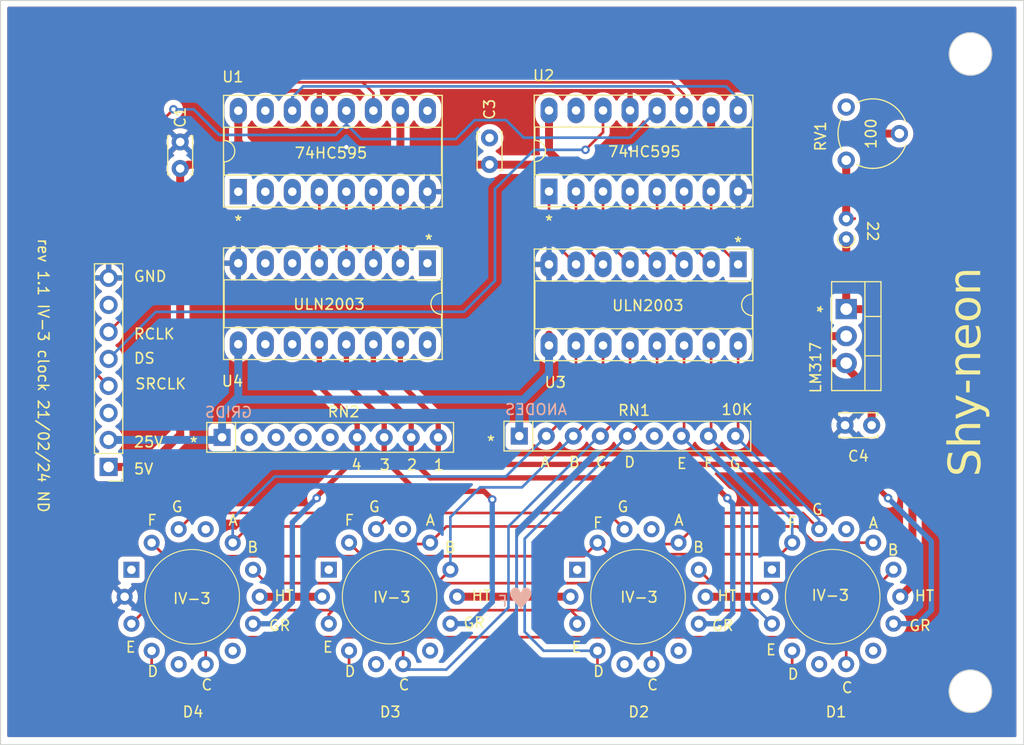
<source format=kicad_pcb>
(kicad_pcb (version 20221018) (generator pcbnew)
  (layers (0 "F.Cu" signal) (31 "B.Cu" signal) (34 "B.Paste" user) (35 "F.Paste" user) (36 "B.SilkS" user "B.Silkscreen") (37 "F.SilkS" user "F.Silkscreen") (38 "B.Mask" user) (39 "F.Mask" user) (44 "Edge.Cuts" user))
  (net 0 "")
  (net 1 "Net-(D1-E)")
  (net 2 "Net-(D1-D)")
  (net 4 "Net-(D1-C)")
  (net 6 "Net-(D1-GRID)")
  (net 7 "GND")
  (net 8 "Net-(D1-B)")
  (net 9 "Net-(D1-A)")
  (net 11 "Net-(D1-G)")
  (net 12 "Net-(D1-F)")
  (net 15 "Net-(D2-GRID)")
  (net 19 "Net-(D3-GRID)")
  (net 23 "Net-(D4-GRID)")
  (net 27 "Net-(R1-Pad2)")
  (net 28 "VDD")
  (net 29 "Net-(U1-QB)")
  (net 30 "Net-(U1-QC)")
  (net 31 "Net-(U1-QD)")
  (net 32 "Net-(U1-QE)")
  (net 33 "Net-(U1-QF)")
  (net 34 "Net-(U1-QG)")
  (net 35 "Net-(U1-QH)")
  (net 36 "Net-(U1-QH')")
  (net 37 "VCC")
  (net 38 "Net-(U1-SRCLK)")
  (net 39 "Net-(U1-RCLK)")
  (net 40 "Net-(U1-SER)")
  (net 53 "Net-(D1-GND)")
  (net 54 "Net-(D2-GND)")
  (net 55 "Net-(D3-GND)")
  (net 56 "Net-(D4-GND)")
  (net 58 "Net-(U3-VO)")
  (net 59 "Net-(U4-QE)")
  (net 63 "Net-(U4-QH)")
  (net 64 "Net-(U4-QG)")
  (net 65 "Net-(U4-QF)")
  (footprint "Capacitor_THT:C_Disc_D3.4mm_W2.1mm_P2.50mm" (layer "F.Cu") (at 173.081 96.647 180)
    (fp_text reference "C4")
    (fp_text value "C" hide)
  )
  (footprint "Display:IV-3" (layer "F.Cu") (at 151.115 112.7835)
    (fp_text reference "D3" hide)
    (fp_text value "~" hide)
  )
  (footprint "Resistor_THT:R_Array_SIP9" (layer "F.Cu") (at 139.954 97.6684)
    (fp_text reference "RN1" hide)
    (fp_text value "10k" hide)
  )
  (footprint "Capacitor_THT:C_Disc_D3.4mm_W2.1mm_P2.50mm" (layer "F.Cu") (at 108.077 69.997 -90)
    (fp_text reference "C1")
    (fp_text value "C" hide)
  )
  (footprint "Package_DIP:DIP-16_W7.62mm_Socket_LongPads" (layer "F.Cu") (at 113.538 74.676 90)
    (fp_text reference "U4" hide)
    (fp_text value "74HC595" hide)
  )
  (footprint "Resistor_THT:R_Axial_DIN0204_L3.6mm_D1.6mm_P1.90mm_Vertical" (layer "F.Cu") (at 170.688 79.121 90)
    (fp_text reference "R1" hide)
    (fp_text value "22" hide)
  )
  (footprint "Package_DIP:DIP-16_W7.62mm_Socket_LongPads" (layer "F.Cu") (at 160.528 81.514 -90)
    (fp_text reference "U2" hide)
    (fp_text value "ULN2003" hide)
  )
  (footprint "Package_TO_SOT_THT:TO-220-3_Vertical" (layer "F.Cu") (at 170.688 85.725 -90)
    (fp_text reference "U3" hide)
    (fp_text value "LM317_TO-220" hide)
  )
  (footprint "Package_DIP:DIP-16_W7.62mm_Socket_LongPads" (layer "F.Cu") (at 142.748 74.656 90)
    (fp_text reference "U1" hide)
    (fp_text value "74HC595" hide)
  )
  (footprint "Capacitor_THT:C_Disc_D3.4mm_W2.1mm_P2.50mm" (layer "F.Cu") (at 137.16 69.616 -90)
    (fp_text reference "C3")
    (fp_text value "C")
  )
  (footprint "Display:IV-3" (layer "F.Cu") (at 109.205 112.7835)
    (fp_text reference "D1" hide)
    (fp_text value "~" hide)
  )
  (footprint "Connector_PinHeader_2.54mm:PinHeader_1x08_P2.54mm_Vertical" (layer "F.Cu") (at 101.346 100.569 180)
    (fp_text reference "VDD1" hide)
    (fp_text value "Conn_01x08_Pin" hide)
  )
  (footprint "Display:IV-3" (layer "F.Cu") (at 127.762 112.776)
    (fp_text reference "D2" hide)
    (fp_text value "~" hide)
  )
  (footprint "Potentiometer_THT:Potentiometer_Piher_PT-6-V_Vertical" (layer "F.Cu") (at 170.688 71.715)
    (fp_text reference "RV1")
    (fp_text value "100")
  )
  (footprint "Resistor_THT:R_Array_SIP9" (layer "F.Cu") (at 112.014 97.79)
    (fp_text reference "RN2")
    (fp_text value "10k")
  )
  (footprint "Package_DIP:DIP-16_W7.62mm_Socket_LongPads" (layer "F.Cu") (at 131.318 81.407 -90)
    (fp_text reference "U5" hide)
    (fp_text value "ULN2003" hide)
  )
  (footprint "Display:IV-3" (layer "F.Cu") (at 169.418 112.776)
    (fp_text reference "D4" hide)
    (fp_text value "~" hide)
  )
  (gr_rect (start 91.186 56.694) (end 187.376 126.694) (stroke (width 0.1)) (fill none) (layer "Edge.Cuts"))
  (gr_circle (center 182.363588 121.671559) (end 180.363588 121.671559) (stroke (width 0.1)) (fill none) (layer "Edge.Cuts"))
  (gr_circle (center 182.371458 61.722) (end 180.371458 61.722) (stroke (width 0.1)) (fill none) (layer "Edge.Cuts"))
  (gr_text "♥" (at 141.351 114.3) (layer "B.SilkS") (effects (font (size 2 2)) (justify left bottom mirror)))
  (gr_text "GRIDS" (at 114.935 96.012) (layer "B.SilkS") (effects (font (size 1 1)) (justify left bottom mirror)))
  (gr_text "F" (at 138.938 113.792) (layer "B.SilkS") (effects (font (size 1 1)) (justify left bottom mirror)))
  (gr_text "ANODES" (at 144.526 95.758) (layer "B.SilkS") (effects (font (size 1 1)) (justify left bottom mirror)))
  (gr_text "E" (at 121.412 118.11) (layer "F.SilkS") (effects (font (size 1 1)) (justify left bottom)))
  (gr_text "E" (at 144.78 118.11) (layer "F.SilkS") (effects (font (size 1 1)) (justify left bottom)))
  (gr_text "DS" (at 103.632 90.932) (layer "F.SilkS") (effects (font (size 1 1)) (justify left bottom)))
  (gr_text "ULN2003" (at 118.618 85.852) (layer "F.SilkS") (effects (font (size 1 1)) (justify left bottom)))
  (gr_text "G" (at 149.098 104.902) (layer "F.SilkS") (effects (font (size 1 1)) (justify left bottom)))
  (gr_text "D" (at 146.812 120.396) (layer "F.SilkS") (effects (font (size 1 1)) (justify left bottom)))
  (gr_text "B" (at 174.498 108.966) (layer "F.SilkS") (effects (font (size 1 1)) (justify left bottom)))
  (gr_text "RN1" (at 150.749 95.25) (layer "F.SilkS") (effects (font (size 1 1))))
  (gr_text "25V" (at 103.632 98.806) (layer "F.SilkS") (effects (font (size 1 1)) (justify left bottom)))
  (gr_text "F" (at 146.812 106.426) (layer "F.SilkS") (effects (font (size 1 1)) (justify left bottom)))
  (gr_text "D1" (at 168.656 124.206) (layer "F.SilkS") (effects (font (size 1 1)) (justify left bottom)))
  (gr_text "A" (at 112.522 106.172) (layer "F.SilkS") (effects (font (size 1 1)) (justify left bottom)))
  (gr_text "D" (at 123.444 120.396) (layer "F.SilkS") (effects (font (size 1 1)) (justify left bottom)))
  (gr_text "G" (at 107.188 104.902) (layer "F.SilkS") (effects (font (size 1 1)) (justify left bottom)))
  (gr_text "RCLK\n" (at 103.632 88.646) (layer "F.SilkS") (effects (font (size 1 1)) (justify left bottom)))
  (gr_text "D4" (at 108.204 124.206) (layer "F.SilkS") (effects (font (size 1 1)) (justify left bottom)))
  (gr_text "4" (at 124.079 100.965) (layer "F.SilkS") (effects (font (size 1 1)) (justify left bottom)))
  (gr_text "100" (at 173.609 70.739 90) (layer "F.SilkS") (effects (font (size 1 1)) (justify left bottom)))
  (gr_text "LM317\n" (at 168.402 93.726 90) (layer "F.SilkS") (effects (font (size 1 1)) (justify left bottom)))
  (gr_text "B" (at 114.3 108.712) (layer "F.SilkS") (effects (font (size 1 1)) (justify left bottom)))
  (gr_text "5V" (at 103.632 101.346) (layer "F.SilkS") (effects (font (size 1 1)) (justify left bottom)))
  (gr_text "HT" (at 135.382 113.284) (layer "F.SilkS") (effects (font (size 1 1)) (justify left bottom)))
  (gr_text "SRCLK\n" (at 103.759 93.345) (layer "F.SilkS") (effects (font (size 1 1)) (justify left bottom)))
  (gr_text "GR" (at 134.62 115.824) (layer "F.SilkS") (effects (font (size 1 1)) (justify left bottom)))
  (gr_text "B" (at 132.842 108.712) (layer "F.SilkS") (effects (font (size 1 1)) (justify left bottom)))
  (gr_text "F" (at 157.226 100.838) (layer "F.SilkS") (effects (font (size 1 1)) (justify left bottom)))
  (gr_text "IV-3" (at 107.315 113.538) (layer "F.SilkS") (effects (font (size 1 1)) (justify left bottom)))
  (gr_text "3" (at 126.746 100.965) (layer "F.SilkS") (effects (font (size 1 1)) (justify left bottom)))
  (gr_text "HT" (at 177.038 113.284) (layer "F.SilkS") (effects (font (size 1 1)) (justify left bottom)))
  (gr_text "E" (at 102.87 118.11) (layer "F.SilkS") (effects (font (size 1 1)) (justify left bottom)))
  (gr_text "74HC595\n" (at 118.745 71.628) (layer "F.SilkS") (effects (font (size 1 1)) (justify left bottom)))
  (gr_text "F" (at 123.444 106.172) (layer "F.SilkS") (effects (font (size 1 1)) (justify left bottom)))
  (gr_text "*\n" (at 113.538 77.47) (layer "F.SilkS") (effects (font (size 1 1))))
  (gr_text "IV-3\n" (at 126.111 113.411) (layer "F.SilkS") (effects (font (size 1 1)) (justify left bottom)))
  (gr_text "U3\n" (at 142.24 93.198) (layer "F.SilkS") (effects (font (size 1 1)) (justify left bottom)))
  (gr_text "A" (at 154.432 106.172) (layer "F.SilkS") (effects (font (size 1 1)) (justify left bottom)))
  (gr_text "rev 1.1 IV-3 clock 21/02/24 ND" (at 94.615 78.994 270) (layer "F.SilkS") (effects (font (size 1 1)) (justify left bottom)))
  (gr_text "HT" (at 158.496 113.284) (layer "F.SilkS") (effects (font (size 1 1)) (justify left bottom)))
  (gr_text "D2" (at 150.114 124.206) (layer "F.SilkS") (effects (font (size 1 1)) (justify left bottom)))
  (gr_text "B" (at 156.21 108.712) (layer "F.SilkS") (effects (font (size 1 1)) (justify left bottom)))
  (gr_text "A" (at 172.72 106.426) (layer "F.SilkS") (effects (font (size 1 1)) (justify left bottom)))
  (gr_text "C" (at 128.524 121.666) (layer "F.SilkS") (effects (font (size 1 1)) (justify left bottom)))
  (gr_text "*\n" (at 109.347 98.298) (layer "F.SilkS") (effects (font (size 1 1))))
  (gr_text "GR" (at 116.332 116.078) (layer "F.SilkS") (effects (font (size 1 1)) (justify left bottom)))
  (gr_text "B" (at 144.526 100.711) (layer "F.SilkS") (effects (font (size 1 1)) (justify left bottom)))
  (gr_text "IV-3" (at 149.352 113.411) (layer "F.SilkS") (effects (font (size 1 1)) (justify left bottom)))
  (gr_text "C" (at 109.982 121.666) (layer "F.SilkS") (effects (font (size 1 1)) (justify left bottom)))
  (gr_text "U2\n" (at 142.24 63.754) (layer "F.SilkS") (effects (font (size 1 1))))
  (gr_text "22" (at 172.593 77.343 -90) (layer "F.SilkS") (effects (font (size 1 1)) (justify left bottom)))
  (gr_text "*\n" (at 160.528 79.482) (layer "F.SilkS") (effects (font (size 1 1))))
  (gr_text "D" (at 165.1 120.65) (layer "F.SilkS") (effects (font (size 1 1)) (justify left bottom)))
  (gr_text "*\n" (at 167.894 85.725 -90) (layer "F.SilkS") (effects (font (size 1 1))))
  (gr_text "A" (at 141.859 100.711) (layer "F.SilkS") (effects (font (size 1 1)) (justify left bottom)))
  (gr_text "GR" (at 157.988 116.078) (layer "F.SilkS") (effects (font (size 1 1)) (justify left bottom)))
  (gr_text "*\n" (at 142.748 77.45) (layer "F.SilkS") (effects (font (size 1 1))))
  (gr_text "E" (at 154.686 100.838) (layer "F.SilkS") (effects (font (size 1 1)) (justify left bottom)))
  (gr_text "74HC595\n" (at 148.209 71.501) (layer "F.SilkS") (effects (font (size 1 1)) (justify left bottom)))
  (gr_text "GR" (at 176.53 116.078) (layer "F.SilkS") (effects (font (size 1 1)) (justify left bottom)))
  (gr_text "E" (at 163.068 118.364) (layer "F.SilkS") (effects (font (size 1 1)) (justify left bottom)))
  (gr_text "2" (at 129.286 100.965) (layer "F.SilkS") (effects (font (size 1 1)) (justify left bottom)))
  (gr_text "G" (at 167.386 105.156) (layer "F.SilkS") (effects (font (size 1 1)) (justify left bottom)))
  (gr_text "*\n" (at 131.445 79.248) (layer "F.SilkS") (effects (font (size 1 1))))
  (gr_text "1" (at 131.826 100.965) (layer "F.SilkS") (effects (font (size 1 1)) (justify left bottom)))
  (gr_text "HT" (at 116.84 113.284) (layer "F.SilkS") (effects (font (size 1 1)) (justify left bottom)))
  (gr_text "C" (at 170.18 121.92) (layer "F.SilkS") (effects (font (size 1 1)) (justify left bottom)))
  (gr_text "Shy-neon\n" (at 183.7944 101.4984 90) (layer "F.SilkS") (effects (font (size 3 3)) (justify left bottom)))
  (gr_text "F" (at 104.902 106.172) (layer "F.SilkS") (effects (font (size 1 1)) (justify left bottom)))
  (gr_text "C" (at 147.066 100.711) (layer "F.SilkS") (effects (font (size 1 1)) (justify left bottom)))
  (gr_text "G" (at 159.639 100.838) (layer "F.SilkS") (effects (font (size 1 1)) (justify left bottom)))
  (gr_text "ULN2003" (at 148.59 85.979) (layer "F.SilkS") (effects (font (size 1 1)) (justify left bottom)))
  (gr_text "D" (at 149.733 100.711) (layer "F.SilkS") (effects (font (size 1 1)) (justify left bottom)))
  (gr_text "C" (at 151.892 121.666) (layer "F.SilkS") (effects (font (size 1 1)) (justify left bottom)))
  (gr_text "U4\n" (at 111.887 93.091) (layer "F.SilkS") (effects (font (size 1 1)) (justify left bottom)))
  (gr_text "D" (at 104.902 120.396) (layer "F.SilkS") (effects (font (size 1 1)) (justify left bottom)))
  (gr_text "IV-3" (at 167.3352 113.2332) (layer "F.SilkS") (effects (font (size 1 1)) (justify left bottom)))
  (gr_text "F" (at 165.1 106.426) (layer "F.SilkS") (effects (font (size 1 1)) (justify left bottom)))
  (gr_text "U1\n" (at 113.03 63.881) (layer "F.SilkS") (effects (font (size 1 1))))
  (gr_text "*\n" (at 137.287 98.171) (layer "F.SilkS") (effects (font (size 1 1))))
  (gr_text "D3" (at 126.746 124.206) (layer "F.SilkS") (effects (font (size 1 1)) (justify left bottom)))
  (gr_text "G" (at 125.73 104.902) (layer "F.SilkS") (effects (font (size 1 1)) (justify left bottom)))
  (gr_text "10K\n" (at 158.877 95.758) (layer "F.SilkS") (effects (font (size 1 1)) (justify left bottom)))
  (gr_text "GND\n\n" (at 103.632 84.836) (layer "F.SilkS") (effects (font (size 1 1)) (justify left bottom)))
  (gr_text "A" (at 131.064 106.172) (layer "F.SilkS") (effects (font (size 1 1)) (justify left bottom)))
  (segment (start 145.4 115.3235) (end 145.4 114.666) (width 0.25) (layer "F.Cu") (net 1))
  (segment (start 103.49 115.3235) (end 103.4975 115.3235) (width 0.25) (layer "F.Cu") (net 1))
  (segment (start 122.047 115.316) (end 122.047 114.427) (width 0.25) (layer "F.Cu") (net 1))
  (segment (start 162.433 114.046) (end 163.703 115.316) (width 0.25) (layer "F.Cu") (net 1))
  (segment (start 103.4975 115.3235) (end 104.775 114.046) (width 0.25) (layer "F.Cu") (net 1))
  (segment (start 145.4 114.666) (end 144.78 114.046) (width 0.25) (layer "F.Cu") (net 1))
  (segment (start 104.775 114.046) (end 122.428 114.046) (width 0.25) (layer "F.Cu") (net 1))
  (segment (start 122.047 114.427) (end 122.428 114.046) (width 0.25) (layer "F.Cu") (net 1))
  (segment (start 155.448 89.134) (end 155.448 97.4144) (width 0.25) (layer "F.Cu") (net 1))
  (segment (start 144.78 114.046) (end 162.433 114.046) (width 0.25) (layer "F.Cu") (net 1))
  (segment (start 122.428 114.046) (end 144.78 114.046) (width 0.25) (layer "F.Cu") (net 1))
  (segment (start 161.798 113.411) (end 163.703 115.316) (width 0.25) (layer "B.Cu") (net 1))
  (segment (start 155.194 97.6684) (end 161.798 104.2724) (width 0.25) (layer "B.Cu") (net 1))
  (segment (start 161.798 104.2724) (end 161.798 113.411) (width 0.25) (layer "B.Cu") (net 1))
  (segment (start 147.305 117.8635) (end 147.305 119.395) (width 0.25) (layer "F.Cu") (net 2))
  (segment (start 164.084 120.65) (end 165.608 119.126) (width 0.25) (layer "F.Cu") (net 2))
  (segment (start 123.952 117.856) (end 123.952 119.38) (width 0.25) (layer "F.Cu") (net 2))
  (segment (start 147.305 119.395) (end 146.05 120.65) (width 0.25) (layer "F.Cu") (net 2))
  (segment (start 165.608 119.126) (end 165.608 117.856) (width 0.25) (layer "F.Cu") (net 2))
  (segment (start 146.05 120.65) (end 164.084 120.65) (width 0.25) (layer "F.Cu") (net 2))
  (segment (start 105.395 119.111) (end 106.934 120.65) (width 0.25) (layer "F.Cu") (net 2))
  (segment (start 123.952 119.38) (end 125.222 120.65) (width 0.25) (layer "F.Cu") (net 2))
  (segment (start 106.934 120.65) (end 125.222 120.65) (width 0.25) (layer "F.Cu") (net 2))
  (segment (start 152.908 89.134) (end 152.908 94.8744) (width 0.25) (layer "F.Cu") (net 2))
  (segment (start 125.222 120.65) (end 146.05 120.65) (width 0.25) (layer "F.Cu") (net 2))
  (segment (start 105.395 117.8635) (end 105.395 119.111) (width 0.25) (layer "F.Cu") (net 2))
  (segment (start 152.908 94.8744) (end 150.114 97.6684) (width 0.25) (layer "F.Cu") (net 2))
  (segment (start 140.462 116.078) (end 142.2475 117.8635) (width 0.25) (layer "B.Cu") (net 2))
  (segment (start 142.2475 117.8635) (end 147.305 117.8635) (width 0.25) (layer "B.Cu") (net 2))
  (segment (start 140.462 107.3204) (end 140.462 116.078) (width 0.25) (layer "B.Cu") (net 2))
  (segment (start 150.114 97.6684) (end 140.462 107.3204) (width 0.25) (layer "B.Cu") (net 2))
  (segment (start 150.368 94.8744) (end 147.574 97.6684) (width 0.25) (layer "F.Cu") (net 4))
  (segment (start 169.418 116.586) (end 170.688 117.856) (width 0.25) (layer "F.Cu") (net 4))
  (segment (start 111.76 116.586) (end 130.302 116.586) (width 0.25) (layer "F.Cu") (net 4))
  (segment (start 151.13 116.586) (end 169.418 116.586) (width 0.25) (layer "F.Cu") (net 4))
  (segment (start 129.032 119.126) (end 129.032 117.856) (width 0.25) (layer "F.Cu") (net 4))
  (segment (start 130.302 116.586) (end 151.13 116.586) (width 0.25) (layer "F.Cu") (net 4))
  (segment (start 129.032 117.856) (end 130.302 116.586) (width 0.25) (layer "F.Cu") (net 4))
  (segment (start 150.368 89.134) (end 150.368 94.8744) (width 0.25) (layer "F.Cu") (net 4))
  (segment (start 110.475 119.1335) (end 110.475 117.871) (width 0.25) (layer "F.Cu") (net 4))
  (segment (start 152.385 119.1335) (end 152.385 117.841) (width 0.25) (layer "F.Cu") (net 4))
  (segment (start 152.385 117.841) (end 151.13 116.586) (width 0.25) (layer "F.Cu") (net 4))
  (segment (start 170.688 117.856) (end 170.688 119.126) (width 0.25) (layer "F.Cu") (net 4))
  (segment (start 110.475 117.871) (end 111.76 116.586) (width 0.25) (layer "F.Cu") (net 4))
  (segment (start 133.096 119.634) (end 129.54 119.634) (width 0.25) (layer "B.Cu") (net 4))
  (segment (start 138.938 106.172) (end 138.938 113.792) (width 0.25) (layer "B.Cu") (net 4))
  (segment (start 129.54 119.634) (end 129.032 119.126) (width 0.25) (layer "B.Cu") (net 4))
  (segment (start 138.938 113.792) (end 133.096 119.634) (width 0.25) (layer "B.Cu") (net 4))
  (segment (start 147.4416 97.6684) (end 138.938 106.172) (width 0.25) (layer "B.Cu") (net 4))
  (segment (start 147.574 97.6684) (end 147.4416 97.6684) (width 0.25) (layer "B.Cu") (net 4))
  (segment (start 121.158 92.964) (end 124.714 96.52) (width 0.5) (layer "F.Cu") (net 6))
  (segment (start 124.714 96.52) (end 124.714 97.79) (width 0.5) (layer "F.Cu") (net 6))
  (segment (start 124.714 99.568) (end 124.714 97.79) (width 0.5) (layer "F.Cu") (net 6))
  (segment (start 120.904 103.505) (end 120.904 103.378) (width 0.5) (layer "F.Cu") (net 6))
  (segment (start 120.904 103.378) (end 124.714 99.568) (width 0.5) (layer "F.Cu") (net 6))
  (segment (start 120.904 89.154) (end 121.158 89.408) (width 0.25) (layer "F.Cu") (net 6))
  (segment (start 121.158 89.408) (end 121.158 92.964) (width 0.5) (layer "F.Cu") (net 6))
  (via (at 120.904 103.505) (size 0.8) (drill 0.4) (layers "F.Cu" "B.Cu") (net 6))
  (segment (start 120.904 103.505) (end 118.618 105.791) (width 0.5) (layer "B.Cu") (net 6))
  (segment (start 118.618 113.284) (end 116.5785 115.3235) (width 0.5) (layer "B.Cu") (net 6))
  (segment (start 118.618 105.791) (end 118.618 113.284) (width 0.5) (layer "B.Cu") (net 6))
  (segment (start 116.5785 115.3235) (end 114.92 115.3235) (width 0.5) (layer "B.Cu") (net 6))
  (via (at 123.698 70.485) (size 0.8) (drill 0.4) (layers "F.Cu" "B.Cu") (net 7))
  (via (at 150.368 70.612) (size 0.8) (drill 0.4) (layers "F.Cu" "B.Cu") (net 7))
  (segment (start 147.828 94.8744) (end 145.034 97.6684) (width 0.25) (layer "F.Cu") (net 8))
  (segment (start 131.318 111.506) (end 155.702 111.506) (width 0.25) (layer "F.Cu") (net 8))
  (segment (start 173.863 111.506) (end 175.133 110.236) (width 0.25) (layer "F.Cu") (net 8))
  (segment (start 133.477 110.236) (end 132.207 111.506) (width 0.25) (layer "F.Cu") (net 8))
  (segment (start 147.828 89.134) (end 147.828 94.8744) (width 0.25) (layer "F.Cu") (net 8))
  (segment (start 158.0925 111.506) (end 173.863 111.506) (width 0.25) (layer "F.Cu") (net 8))
  (segment (start 114.92 110.2435) (end 116.1825 111.506) (width 0.25) (layer "F.Cu") (net 8))
  (segment (start 156.83 110.2435) (end 158.0925 111.506) (width 0.25) (layer "F.Cu") (net 8))
  (segment (start 132.207 111.506) (end 131.318 111.506) (width 0.25) (layer "F.Cu") (net 8))
  (segment (start 155.702 111.506) (end 158.0925 111.506) (width 0.25) (layer "F.Cu") (net 8))
  (segment (start 116.1825 111.506) (end 131.318 111.506) (width 0.25) (layer "F.Cu") (net 8))
  (segment (start 136.271 102.489) (end 133.477 105.283) (width 0.25) (layer "B.Cu") (net 8))
  (segment (start 133.477 105.283) (end 133.477 110.236) (width 0.25) (layer "B.Cu") (net 8))
  (segment (start 140.2134 102.489) (end 136.271 102.489) (width 0.25) (layer "B.Cu") (net 8))
  (segment (start 145.034 97.6684) (end 140.2134 102.489) (width 0.25) (layer "B.Cu") (net 8))
  (segment (start 131.572 107.696) (end 133.096 106.172) (width 0.25) (layer "F.Cu") (net 9))
  (segment (start 149.2885 107.823) (end 154.8055 107.823) (width 0.25) (layer "F.Cu") (net 9))
  (segment (start 154.925 107.7035) (end 156.4565 106.172) (width 0.25) (layer "F.Cu") (net 9))
  (segment (start 156.4565 106.172) (end 166.116 106.172) (width 0.25) (layer "F.Cu") (net 9))
  (segment (start 145.288 89.134) (end 145.288 94.8744) (width 0.25) (layer "F.Cu") (net 9))
  (segment (start 154.8055 107.823) (end 154.925 107.7035) (width 0.25) (layer "F.Cu") (net 9))
  (segment (start 113.015 107.7035) (end 114.5465 106.172) (width 0.25) (layer "F.Cu") (net 9))
  (segment (start 124.333 106.172) (end 125.984 107.823) (width 0.25) (layer "F.Cu") (net 9))
  (segment (start 133.096 106.172) (end 147.6375 106.172) (width 0.25) (layer "F.Cu") (net 9))
  (segment (start 147.6375 106.172) (end 149.2885 107.823) (width 0.25) (layer "F.Cu") (net 9))
  (segment (start 166.116 106.172) (end 167.64 107.696) (width 0.25) (layer "F.Cu") (net 9))
  (segment (start 131.445 107.823) (end 131.572 107.696) (width 0.25) (layer "F.Cu") (net 9))
  (segment (start 145.288 94.8744) (end 142.494 97.6684) (width 0.25) (layer "F.Cu") (net 9))
  (segment (start 167.64 107.696) (end 173.228 107.696) (width 0.25) (layer "F.Cu") (net 9))
  (segment (start 125.984 107.823) (end 131.445 107.823) (width 0.25) (layer "F.Cu") (net 9))
  (segment (start 114.5465 106.172) (end 124.333 106.172) (width 0.25) (layer "F.Cu") (net 9))
  (segment (start 142.494 97.6684) (end 138.6894 101.473) (width 0.25) (layer "B.Cu") (net 9))
  (segment (start 113.015 105.425) (end 113.015 107.7035) (width 0.25) (layer "B.Cu") (net 9))
  (segment (start 138.6894 101.473) (end 116.967 101.473) (width 0.25) (layer "B.Cu") (net 9))
  (segment (start 116.967 101.473) (end 113.015 105.425) (width 0.25) (layer "B.Cu") (net 9))
  (segment (start 160.528 89.134) (end 160.528 97.4144) (width 0.25) (layer "F.Cu") (net 11))
  (segment (start 126.492 106.426) (end 128.016 104.902) (width 0.25) (layer "F.Cu") (net 11))
  (segment (start 148.3135 104.902) (end 149.845 106.4335) (width 0.25) (layer "F.Cu") (net 11))
  (segment (start 128.016 104.902) (end 128.27 104.902) (width 0.25) (layer "F.Cu") (net 11))
  (segment (start 128.27 104.902) (end 148.3135 104.902) (width 0.25) (layer "F.Cu") (net 11))
  (segment (start 168.148 106.426) (end 166.624 104.902) (width 0.25) (layer "F.Cu") (net 11))
  (segment (start 109.4665 104.902) (end 128.27 104.902) (width 0.25) (layer "F.Cu") (net 11))
  (segment (start 107.935 106.4335) (end 109.4665 104.902) (width 0.25) (layer "F.Cu") (net 11))
  (segment (start 166.624 104.902) (end 148.3135 104.902) (width 0.25) (layer "F.Cu") (net 11))
  (segment (start 168.148 105.5424) (end 168.148 106.426) (width 0.25) (layer "B.Cu") (net 11))
  (segment (start 160.274 97.6684) (end 168.148 105.5424) (width 0.25) (layer "B.Cu") (net 11))
  (segment (start 147.305 107.7035) (end 147.0735 107.7035) (width 0.25) (layer "F.Cu") (net 12))
  (segment (start 146.0425 108.966) (end 125.222 108.966) (width 0.25) (layer "F.Cu") (net 12))
  (segment (start 147.305 107.7035) (end 148.38 108.7785) (width 0.25) (layer "F.Cu") (net 12))
  (segment (start 147.0735 107.7035) (end 147.066 107.696) (width 0.25) (layer "F.Cu") (net 12))
  (segment (start 123.952 107.442) (end 123.952 107.696) (width 0.25) (layer "F.Cu") (net 12))
  (segment (start 148.38 108.7785) (end 164.5255 108.7785) (width 0.25) (layer "F.Cu") (net 12))
  (segment (start 164.5255 108.7785) (end 165.608 107.696) (width 0.25) (layer "F.Cu") (net 12))
  (segment (start 106.6575 108.966) (end 105.395 107.7035) (width 0.25) (layer "F.Cu") (net 12))
  (segment (start 123.952 107.696) (end 123.8885 107.696) (width 0.25) (layer "F.Cu") (net 12))
  (segment (start 125.222 108.966) (end 123.952 107.696) (width 0.25) (layer "F.Cu") (net 12))
  (segment (start 122.6185 108.966) (end 106.6575 108.966) (width 0.25) (layer "F.Cu") (net 12))
  (segment (start 122.6185 108.966) (end 125.222 108.966) (width 0.25) (layer "F.Cu") (net 12))
  (segment (start 147.574 108.204) (end 147.305 107.935) (width 0.25) (layer "F.Cu") (net 12))
  (segment (start 147.305 107.7035) (end 146.0425 108.966) (width 0.25) (layer "F.Cu") (net 12))
  (segment (start 147.305 107.7035) (end 147.305 107.935) (width 0.25) (layer "F.Cu") (net 12))
  (segment (start 157.988 89.134) (end 157.988 97.4144) (width 0.25) (layer "F.Cu") (net 12))
  (segment (start 123.952 107.696) (end 123.825 107.823) (width 0.25) (layer "F.Cu") (net 12))
  (segment (start 165.608 105.5424) (end 165.608 107.696) (width 0.25) (layer "B.Cu") (net 12))
  (segment (start 157.734 97.6684) (end 165.608 105.5424) (width 0.25) (layer "B.Cu") (net 12))
  (segment (start 137.414 103.632) (end 136.652 102.87) (width 0.5) (layer "F.Cu") (net 15))
  (segment (start 127.254 96.266) (end 127.254 97.79) (width 0.5) (layer "F.Cu") (net 15))
  (segment (start 123.698 92.71) (end 127.254 96.266) (width 0.5) (layer "F.Cu") (net 15))
  (segment (start 127.254 99.822) (end 127.254 97.79) (width 0.5) (layer "F.Cu") (net 15))
  (segment (start 130.302 102.87) (end 127.254 99.822) (width 0.5) (layer "F.Cu") (net 15))
  (segment (start 123.698 89.408) (end 123.698 92.71) (width 0.5) (layer "F.Cu") (net 15))
  (segment (start 136.652 102.87) (end 130.302 102.87) (width 0.5) (layer "F.Cu") (net 15))
  (segment (start 123.444 89.154) (end 123.698 89.408) (width 0.25) (layer "F.Cu") (net 15))
  (via (at 137.414 103.632) (size 0.8) (drill 0.4) (layers "F.Cu" "B.Cu") (net 15))
  (segment (start 137.414 113.284) (end 135.382 115.316) (width 0.5) (layer "B.Cu") (net 15))
  (segment (start 135.382 115.316) (end 133.477 115.316) (width 0.5) (layer "B.Cu") (net 15))
  (segment (start 137.414 103.632) (end 137.414 113.284) (width 0.5) (layer "B.Cu") (net 15))
  (segment (start 129.794 99.822) (end 129.794 97.79) (width 0.5) (layer "F.Cu") (net 19))
  (segment (start 131.572 101.6) (end 129.794 99.822) (width 0.5) (layer "F.Cu") (net 19))
  (segment (start 126.238 92.71) (end 129.794 96.266) (width 0.5) (layer "F.Cu") (net 19))
  (segment (start 157.734 101.727) (end 157.607 101.6) (width 0.5) (layer "F.Cu") (net 19))
  (segment (start 125.984 89.154) (end 126.238 89.408) (width 0.25) (layer "F.Cu") (net 19))
  (segment (start 126.238 89.408) (end 126.238 92.71) (width 0.5) (layer "F.Cu") (net 19))
  (segment (start 129.794 96.266) (end 129.794 97.79) (width 0.5) (layer "F.Cu") (net 19))
  (segment (start 157.607 101.6) (end 131.572 101.6) (width 0.5) (layer "F.Cu") (net 19))
  (segment (start 157.734 101.727) (end 159.512 103.505) (width 0.5) (layer "F.Cu") (net 19))
  (via (at 159.512 103.505) (size 0.8) (drill 0.4) (layers "F.Cu" "B.Cu") (net 19))
  (segment (start 159.512 103.505) (end 160.02 104.013) (width 0.5) (layer "B.Cu") (net 19))
  (segment (start 160.02 104.013) (end 160.02 114.3) (width 0.5) (layer "B.Cu") (net 19))
  (segment (start 160.02 114.3) (end 158.9965 115.3235) (width 0.5) (layer "B.Cu") (net 19))
  (segment (start 158.9965 115.3235) (end 156.83 115.3235) (width 0.5) (layer "B.Cu") (net 19))
  (segment (start 171.45 100.33) (end 133.223 100.33) (width 0.5) (layer "F.Cu") (net 23))
  (segment (start 133.223 100.33) (end 132.334 99.441) (width 0.5) (layer "F.Cu") (net 23))
  (segment (start 128.778 92.71) (end 132.334 96.266) (width 0.5) (layer "F.Cu") (net 23))
  (segment (start 128.778 89.408) (end 128.778 92.71) (width 0.5) (layer "F.Cu") (net 23))
  (segment (start 174.625 103.505) (end 171.45 100.33) (width 0.5) (layer "F.Cu") (net 23))
  (segment (start 132.334 96.266) (end 132.334 97.79) (width 0.5) (layer "F.Cu") (net 23))
  (segment (start 128.524 89.154) (end 128.778 89.408) (width 0.25) (layer "F.Cu") (net 23))
  (segment (start 132.334 99.441) (end 132.334 97.79) (width 0.5) (layer "F.Cu") (net 23))
  (via (at 174.625 103.505) (size 0.8) (drill 0.4) (layers "F.Cu" "B.Cu") (net 23))
  (segment (start 178.689 107.569) (end 178.689 114.046) (width 0.5) (layer "B.Cu") (net 23))
  (segment (start 174.625 103.505) (end 178.689 107.569) (width 0.5) (layer "B.Cu") (net 23))
  (segment (start 177.419 115.316) (end 175.133 115.316) (width 0.5) (layer "B.Cu") (net 23))
  (segment (start 178.689 114.046) (end 177.419 115.316) (width 0.5) (layer "B.Cu") (net 23))
  (segment (start 171.49 77.197) (end 171.45 77.237) (width 0.25) (layer "F.Cu") (net 27))
  (segment (start 170.688 71.715) (end 170.688 77.221) (width 0.75) (layer "F.Cu") (net 27))
  (segment (start 142.748 89.134) (end 142.748 88.118) (width 0.75) (layer "F.Cu") (net 28))
  (segment (start 139.954 94.361) (end 139.954 97.282) (width 0.75) (layer "B.Cu") (net 28))
  (segment (start 101.346 98.029) (end 111.775 98.029) (width 0.75) (layer "B.Cu") (net 28))
  (segment (start 140.335 94.234) (end 142.748 91.821) (width 0.75) (layer "B.Cu") (net 28))
  (segment (start 111.775 98.029) (end 112.014 97.79) (width 0.25) (layer "B.Cu") (net 28))
  (segment (start 113.538 89.027) (end 113.538 93.98) (width 0.75) (layer "B.Cu") (net 28))
  (segment (start 112.014 97.79) (end 112.014 95.504) (width 0.75) (layer "B.Cu") (net 28))
  (segment (start 138.557 94.234) (end 139.827 94.234) (width 0.75) (layer "B.Cu") (net 28))
  (segment (start 139.954 97.77) (end 139.954 97.6684) (width 0.75) (layer "B.Cu") (net 28))
  (segment (start 112.014 95.504) (end 113.03 94.488) (width 0.75) (layer "B.Cu") (net 28))
  (segment (start 113.03 94.488) (end 113.284 94.234) (width 0.75) (layer "B.Cu") (net 28))
  (segment (start 139.954 97.282) (end 139.954 97.6684) (width 0.25) (layer "B.Cu") (net 28))
  (segment (start 113.284 94.234) (end 138.557 94.234) (width 0.75) (layer "B.Cu") (net 28))
  (segment (start 142.748 91.821) (end 142.748 89.134) (width 0.75) (layer "B.Cu") (net 28))
  (segment (start 113.538 93.98) (end 113.03 94.488) (width 0.75) (layer "B.Cu") (net 28))
  (segment (start 139.827 94.234) (end 139.954 94.361) (width 0.75) (layer "B.Cu") (net 28))
  (segment (start 140.335 94.234) (end 138.557 94.234) (width 0.75) (layer "B.Cu") (net 28))
  (segment (start 142.748 74.656) (end 142.748 78.974) (width 0.25) (layer "F.Cu") (net 29))
  (segment (start 142.748 78.974) (end 145.288 81.514) (width 0.25) (layer "F.Cu") (net 29))
  (segment (start 145.288 78.974) (end 147.828 81.514) (width 0.25) (layer "F.Cu") (net 30))
  (segment (start 145.288 74.656) (end 145.288 78.974) (width 0.25) (layer "F.Cu") (net 30))
  (segment (start 147.828 74.656) (end 147.828 78.974) (width 0.25) (layer "F.Cu") (net 31))
  (segment (start 147.828 78.974) (end 150.368 81.514) (width 0.25) (layer "F.Cu") (net 31))
  (segment (start 152.908 81.514) (end 153.162 81.514) (width 0.25) (layer "F.Cu") (net 32))
  (segment (start 153.162 81.514) (end 153.416 81.768) (width 0.25) (layer "F.Cu") (net 32))
  (segment (start 150.368 74.656) (end 150.368 78.974) (width 0.25) (layer "F.Cu") (net 32))
  (segment (start 150.368 78.974) (end 152.908 81.514) (width 0.25) (layer "F.Cu") (net 32))
  (segment (start 152.908 74.656) (end 152.908 78.974) (width 0.25) (layer "F.Cu") (net 33))
  (segment (start 152.908 78.974) (end 155.448 81.514) (width 0.25) (layer "F.Cu") (net 33))
  (segment (start 155.448 74.656) (end 155.448 78.974) (width 0.25) (layer "F.Cu") (net 34))
  (segment (start 155.448 78.974) (end 157.988 81.514) (width 0.25) (layer "F.Cu") (net 34))
  (segment (start 157.988 74.656) (end 157.988 78.974) (width 0.25) (layer "F.Cu") (net 35))
  (segment (start 157.988 78.974) (end 160.528 81.514) (width 0.25) (layer "F.Cu") (net 35))
  (segment (start 118.618 67.056) (end 118.618 65.786) (width 0.25) (layer "B.Cu") (net 36))
  (segment (start 118.618 65.786) (end 119.634 64.77) (width 0.25) (layer "B.Cu") (net 36))
  (segment (start 160.528 65.913) (end 160.528 67.036) (width 0.25) (layer "B.Cu") (net 36))
  (segment (start 119.634 64.77) (end 159.385 64.77) (width 0.25) (layer "B.Cu") (net 36))
  (segment (start 159.385 64.77) (end 160.528 65.913) (width 0.25) (layer "B.Cu") (net 36))
  (segment (start 108.077 72.898) (end 108.839 72.136) (width 0.75) (layer "F.Cu") (net 37))
  (segment (start 130.175 72.136) (end 130.683 72.136) (width 0.75) (layer "F.Cu") (net 37))
  (segment (start 158.75 72.136) (end 163.957 72.136) (width 0.75) (layer "F.Cu") (net 37))
  (segment (start 115.062 71.501) (end 115.697 72.136) (width 0.75) (layer "F.Cu") (net 37))
  (segment (start 128.778 67.056) (end 128.778 70.739) (width 0.75) (layer "F.Cu") (net 37))
  (segment (start 170.688 91.186) (end 173.081 93.579) (width 0.75) (layer "F.Cu") (net 37))
  (segment (start 115.697 72.136) (end 130.048 72.136) (width 0.75) (layer "F.Cu") (net 37))
  (segment (start 157.988 71.374) (end 158.75 72.136) (width 0.75) (layer "F.Cu") (net 37))
  (segment (start 157.988 67.036) (end 157.988 70.104) (width 0.75) (layer "F.Cu") (net 37))
  (segment (start 165.1 73.279) (end 165.1 87.757) (width 0.75) (layer "F.Cu") (net 37))
  (segment (start 130.048 72.136) (end 130.683 72.136) (width 0.75) (layer "F.Cu") (net 37))
  (segment (start 114.935 71.374) (end 115.062 71.501) (width 0.25) (layer "F.Cu") (net 37))
  (segment (start 165.1 87.757) (end 165.227 87.884) (width 0.25) (layer "F.Cu") (net 37))
  (segment (start 165.227 87.884) (end 168.148 90.805) (width 0.75) (layer "F.Cu") (net 37))
  (segment (start 163.957 72.136) (end 165.1 73.279) (width 0.75) (layer "F.Cu") (net 37))
  (segment (start 144.018 72.136) (end 130.683 72.136) (width 0.75) (layer "F.Cu") (net 37))
  (segment (start 128.778 70.739) (end 130.175 72.136) (width 0.75) (layer "F.Cu") (net 37))
  (segment (start 168.148 90.805) (end 170.688 90.805) (width 0.75) (layer "F.Cu") (net 37))
  (segment (start 157.988 70.104) (end 157.988 71.374) (width 0.75) (layer "F.Cu") (net 37))
  (segment (start 173.081 93.579) (end 173.081 96.647) (width 0.75) (layer "F.Cu") (net 37))
  (segment (start 144.018 72.136) (end 158.75 72.136) (width 0.75) (layer "F.Cu") (net 37))
  (segment (start 108.077 97.536) (end 108.077 72.898) (width 0.75) (layer "F.Cu") (net 37))
  (segment (start 113.538 67.056) (end 113.538 69.977) (width 0.75) (layer "F.Cu") (net 37))
  (segment (start 144.018 72.136) (end 142.748 70.866) (width 0.75) (layer "F.Cu") (net 37))
  (segment (start 108.839 72.136) (end 115.697 72.136) (width 0.75) (layer "F.Cu") (net 37))
  (segment (start 101.346 100.569) (end 105.044 100.569) (width 0.75) (layer "F.Cu") (net 37))
  (segment (start 105.044 100.569) (end 108.077 97.536) (width 0.75) (layer "F.Cu") (net 37))
  (segment (start 142.748 70.866) (end 142.748 67.036) (width 0.75) (layer "F.Cu") (net 37))
  (segment (start 113.538 69.977) (end 114.935 71.374) (width 0.75) (layer "F.Cu") (net 37))
  (segment (start 155.448 65.532) (end 155.448 67.036) (width 0.25) (layer "F.Cu") (net 38))
  (segment (start 101.346 92.949) (end 98.933 90.536) (width 0.25) (layer "F.Cu") (net 38))
  (segment (start 125.222 64.389) (end 154.305 64.389) (width 0.25) (layer "F.Cu") (net 38))
  (segment (start 154.305 64.389) (end 155.448 65.532) (width 0.25) (layer "F.Cu") (net 38))
  (segment (start 126.238 65.405) (end 126.238 67.056) (width 0.25) (layer "F.Cu") (net 38))
  (segment (start 106.426 64.389) (end 125.222 64.389) (width 0.25) (layer "F.Cu") (net 38))
  (segment (start 98.933 71.882) (end 106.426 64.389) (width 0.25) (layer "F.Cu") (net 38))
  (segment (start 125.222 64.389) (end 126.238 65.405) (width 0.25) (layer "F.Cu") (net 38))
  (segment (start 98.933 90.536) (end 98.933 71.882) (width 0.25) (layer "F.Cu") (net 38))
  (segment (start 101.346 92.71) (end 101.346 92.615) (width 0.25) (layer "B.Cu") (net 38))
  (segment (start 107.442 66.929) (end 104.14 70.231) (width 0.25) (layer "F.Cu") (net 39))
  (segment (start 104.14 70.231) (end 104.14 85.075) (width 0.25) (layer "F.Cu") (net 39))
  (segment (start 104.14 85.075) (end 101.346 87.869) (width 0.25) (layer "F.Cu") (net 39))
  (via (at 107.442 66.929) (size 0.8) (drill 0.4) (layers "F.Cu" "B.Cu") (net 39))
  (segment (start 111.76 69.342) (end 122.682 69.342) (width 0.25) (layer "B.Cu") (net 39))
  (segment (start 123.698 68.326) (end 125.095 69.723) (width 0.25) (layer "B.Cu") (net 39))
  (segment (start 135.763 67.945) (end 138.71575 67.945) (width 0.25) (layer "B.Cu") (net 39))
  (segment (start 122.682 69.342) (end 123.698 68.326) (width 0.25) (layer "B.Cu") (net 39))
  (segment (start 125.095 69.723) (end 133.985 69.723) (width 0.25) (layer "B.Cu") (net 39))
  (segment (start 138.71575 67.945) (end 140.36675 69.596) (width 0.25) (layer "B.Cu") (net 39))
  (segment (start 140.36675 69.596) (end 150.348 69.596) (width 0.25) (layer "B.Cu") (net 39))
  (segment (start 107.442 66.929) (end 109.347 66.929) (width 0.25) (layer "B.Cu") (net 39))
  (segment (start 150.348 69.596) (end 152.908 67.036) (width 0.25) (layer "B.Cu") (net 39))
  (segment (start 109.347 66.929) (end 111.76 69.342) (width 0.25) (layer "B.Cu") (net 39))
  (segment (start 123.698 67.056) (end 123.698 68.326) (width 0.25) (layer "B.Cu") (net 39))
  (segment (start 133.985 69.723) (end 135.763 67.945) (width 0.25) (layer "B.Cu") (net 39))
  (segment (start 146.177 70.739) (end 147.828 69.088) (width 0.25) (layer "F.Cu") (net 40))
  (segment (start 147.828 69.088) (end 147.828 67.036) (width 0.25) (layer "F.Cu") (net 40))
  (via (at 146.177 70.739) (size 0.8) (drill 0.4) (layers "F.Cu" "B.Cu") (net 40))
  (segment (start 105.41 86.36) (end 105.395 86.36) (width 0.25) (layer "B.Cu") (net 40))
  (segment (start 105.395 86.36) (end 101.346 90.409) (width 0.25) (layer "B.Cu") (net 40))
  (segment (start 105.791 85.979) (end 105.41 86.36) (width 0.25) (layer "B.Cu") (net 40))
  (segment (start 134.747 85.979) (end 105.791 85.979) (width 0.25) (layer "B.Cu") (net 40))
  (segment (start 141.351 70.739) (end 137.668 74.422) (width 0.25) (layer "B.Cu") (net 40))
  (segment (start 137.668 74.422) (end 137.668 83.058) (width 0.25) (layer "B.Cu") (net 40))
  (segment (start 137.668 83.058) (end 134.747 85.979) (width 0.25) (layer "B.Cu") (net 40))
  (segment (start 146.177 70.739) (end 141.351 70.739) (width 0.25) (layer "B.Cu") (net 40))
  (segment (start 115.555 112.7835) (end 121.4045 112.7835) (width 0.75) (layer "F.Cu") (net 53))
  (segment (start 121.4045 112.7835) (end 121.412 112.776) (width 0.25) (layer "F.Cu") (net 53))
  (segment (start 144.7575 112.776) (end 144.765 112.7835) (width 0.25) (layer "F.Cu") (net 54))
  (segment (start 134.112 112.776) (end 144.7575 112.776) (width 0.75) (layer "F.Cu") (net 54))
  (segment (start 157.465 112.7835) (end 163.0605 112.7835) (width 0.75) (layer "F.Cu") (net 55))
  (segment (start 163.0605 112.7835) (end 163.068 112.776) (width 0.25) (layer "F.Cu") (net 55))
  (segment (start 170.688 85.725) (end 174.117 85.725) (width 0.75) (layer "F.Cu") (net 56))
  (segment (start 174.117 85.725) (end 176.911 88.519) (width 0.75) (layer "F.Cu") (net 56))
  (segment (start 176.911 88.519) (end 176.911 111.633) (width 0.75) (layer "F.Cu") (net 56))
  (segment (start 170.688 79.121) (end 170.688 85.725) (width 0.75) (layer "F.Cu") (net 56))
  (segment (start 176.911 111.633) (end 175.768 112.776) (width 0.75) (layer "F.Cu") (net 56))
  (segment (start 175.768 69.215) (end 170.18 69.215) (width 0.75) (layer "F.Cu") (net 58))
  (segment (start 168.148 87.249) (end 169.164 88.265) (width 0.75) (layer "F.Cu") (net 58))
  (segment (start 169.164 88.265) (end 170.688 88.265) (width 0.75) (layer "F.Cu") (net 58))
  (segment (start 170.18 69.215) (end 168.148 71.247) (width 0.75) (layer "F.Cu") (net 58))
  (segment (start 168.148 71.247) (end 168.148 87.249) (width 0.75) (layer "F.Cu") (net 58))
  (segment (start 121.158 81.28) (end 120.904 81.534) (width 0.25) (layer "F.Cu") (net 59))
  (segment (start 121.158 74.676) (end 121.158 81.28) (width 0.25) (layer "F.Cu") (net 59))
  (segment (start 128.778 74.676) (end 128.778 81.28) (width 0.25) (layer "F.Cu") (net 63))
  (segment (start 128.778 81.28) (end 128.524 81.534) (width 0.25) (layer "F.Cu") (net 63))
  (segment (start 126.238 81.28) (end 125.984 81.534) (width 0.25) (layer "F.Cu") (net 64))
  (segment (start 126.238 74.676) (end 126.238 81.28) (width 0.25) (layer "F.Cu") (net 64))
  (segment (start 123.698 74.676) (end 123.698 81.28) (width 0.25) (layer "F.Cu") (net 65))
  (segment (start 123.698 81.28) (end 123.444 81.534) (width 0.25) (layer "F.Cu") (net 65))
  (zone (net 7) (net_name "GND") (layers "F&B.Cu") (connect_pads (clearance 0.5)) (min_thickness 0.25) (fill yes (thermal_gap 0.5) (thermal_bridge_width 0.5))
    (polygon (pts (xy 91.821 57.277) (xy 186.69 57.277) (xy 186.69 125.984) (xy 91.821 125.984)))
  )
)
</source>
